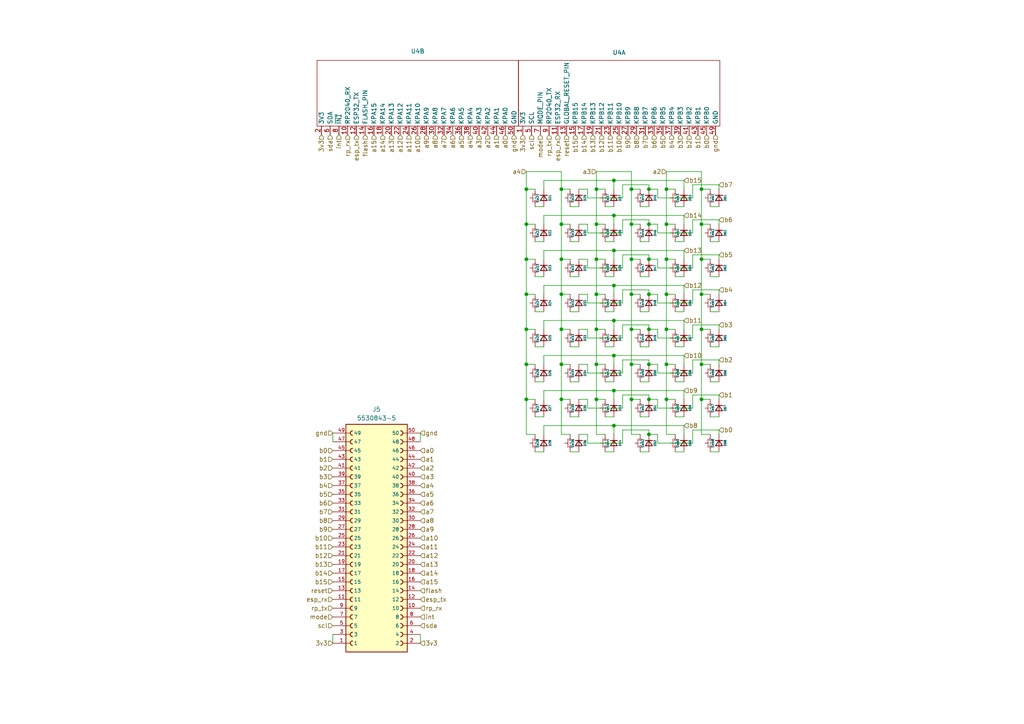
<source format=kicad_sch>
(kicad_sch (version 20230121) (generator eeschema)
  (paper "A4")
  (junction (at 178.054 92.964))
  (junction (at 152.654 115.824))
  (junction (at 193.294 75.184))
  (junction (at 203.454 65.024))
  (junction (at 183.134 54.864))
  (junction (at 203.454 54.864))
  (junction (at 183.134 105.664))
  (junction (at 183.134 85.344))
  (junction (at 152.654 85.344))
  (junction (at 188.214 125.984))
  (junction (at 193.294 105.664))
  (junction (at 162.814 95.504))
  (junction (at 172.974 75.184))
  (junction (at 172.974 54.864))
  (junction (at 172.974 85.344))
  (junction (at 203.454 115.824))
  (junction (at 162.814 115.824))
  (junction (at 178.054 123.444))
  (junction (at 152.654 65.024))
  (junction (at 178.054 62.484))
  (junction (at 183.134 115.824))
  (junction (at 193.294 54.864))
  (junction (at 152.654 75.184))
  (junction (at 193.294 65.024))
  (junction (at 172.974 95.504))
  (junction (at 193.294 115.824))
  (junction (at 203.454 105.664))
  (junction (at 188.214 105.664))
  (junction (at 162.814 54.864))
  (junction (at 178.054 52.324))
  (junction (at 183.134 95.504))
  (junction (at 152.654 95.504))
  (junction (at 188.214 65.024))
  (junction (at 203.454 75.184))
  (junction (at 178.054 113.284))
  (junction (at 193.294 95.504))
  (junction (at 183.134 65.024))
  (junction (at 172.974 65.024))
  (junction (at 162.814 75.184))
  (junction (at 193.294 85.344))
  (junction (at 188.214 54.864))
  (junction (at 178.054 72.644))
  (junction (at 178.054 103.124))
  (junction (at 152.654 105.664))
  (junction (at 172.974 105.664))
  (junction (at 152.654 54.864))
  (junction (at 188.214 85.344))
  (junction (at 203.454 85.344))
  (junction (at 188.214 115.824))
  (junction (at 172.974 115.824))
  (junction (at 162.814 85.344))
  (junction (at 188.214 95.504))
  (junction (at 162.814 65.024))
  (junction (at 188.214 75.184))
  (junction (at 203.454 95.504))
  (junction (at 178.054 82.804))
  (junction (at 183.134 75.184))
  (junction (at 162.814 105.664))
  (wire (pts (xy 175.514 110.744) (xy 178.054 110.744)))
  (wire (pts (xy 157.734 113.284) (xy 157.734 115.824)))
  (wire (pts (xy 185.674 59.944) (xy 188.214 59.944)))
  (wire (pts (xy 185.674 110.744) (xy 188.214 110.744)))
  (wire (pts (xy 152.654 125.984) (xy 155.194 125.984)))
  (wire (pts (xy 200.914 108.204) (xy 200.914 104.394)))
  (wire (pts (xy 170.434 67.564) (xy 180.594 67.564)))
  (wire (pts (xy 203.454 54.864) (xy 203.454 65.024)))
  (wire (pts (xy 157.734 85.344) (xy 157.734 82.804)))
  (wire (pts (xy 208.534 73.914) (xy 208.534 75.184)))
  (wire (pts (xy 200.914 53.594) (xy 208.534 53.594)))
  (wire (pts (xy 178.054 62.484) (xy 157.734 62.484)))
  (wire (pts (xy 195.834 80.264) (xy 198.374 80.264)))
  (wire (pts (xy 183.134 75.184) (xy 185.674 75.184)))
  (wire (pts (xy 183.134 65.024) (xy 183.134 75.184)))
  (wire (pts (xy 162.814 75.184) (xy 165.354 75.184)))
  (wire (pts (xy 152.654 65.024) (xy 152.654 75.184)))
  (wire (pts (xy 167.894 65.024) (xy 170.434 65.024)))
  (wire (pts (xy 185.674 80.264) (xy 188.214 80.264)))
  (wire (pts (xy 190.754 105.664) (xy 190.754 108.204)))
  (wire (pts (xy 167.894 105.664) (xy 170.434 105.664)))
  (wire (pts (xy 167.894 75.184) (xy 170.434 75.184)))
  (wire (pts (xy 208.534 94.234) (xy 208.534 95.504)))
  (wire (pts (xy 190.754 85.344) (xy 190.754 87.884)))
  (wire (pts (xy 208.534 104.394) (xy 208.534 105.664)))
  (wire (pts (xy 178.054 123.444) (xy 198.374 123.444)))
  (wire (pts (xy 175.514 120.904) (xy 178.054 120.904)))
  (wire (pts (xy 190.754 95.504) (xy 190.754 98.044)))
  (wire (pts (xy 188.214 84.074) (xy 188.214 85.344)))
  (wire (pts (xy 170.434 57.404) (xy 180.594 57.404)))
  (wire (pts (xy 175.514 80.264) (xy 178.054 80.264)))
  (wire (pts (xy 180.594 98.044) (xy 180.594 94.234)))
  (wire (pts (xy 200.914 84.074) (xy 208.534 84.074)))
  (wire (pts (xy 167.894 85.344) (xy 170.434 85.344)))
  (wire (pts (xy 157.734 125.984) (xy 157.734 123.444)))
  (wire (pts (xy 152.654 105.664) (xy 152.654 115.824)))
  (wire (pts (xy 193.294 49.784) (xy 193.294 54.864)))
  (wire (pts (xy 162.814 85.344) (xy 165.354 85.344)))
  (wire (pts (xy 178.054 54.864) (xy 178.054 52.324)))
  (wire (pts (xy 203.454 65.024) (xy 205.994 65.024)))
  (wire (pts (xy 121.92 184.023) (xy 121.92 186.563)))
  (wire (pts (xy 152.654 49.784) (xy 152.654 54.864)))
  (wire (pts (xy 172.974 125.984) (xy 175.514 125.984)))
  (wire (pts (xy 165.354 100.584) (xy 167.894 100.584)))
  (wire (pts (xy 198.374 105.664) (xy 198.374 103.124)))
  (wire (pts (xy 188.214 73.914) (xy 188.214 75.184)))
  (wire (pts (xy 178.054 103.124) (xy 178.054 105.664)))
  (wire (pts (xy 183.134 54.864) (xy 183.134 49.784)))
  (wire (pts (xy 198.374 92.964) (xy 178.054 92.964)))
  (wire (pts (xy 170.434 128.524) (xy 180.594 128.524)))
  (wire (pts (xy 188.214 54.864) (xy 190.754 54.864)))
  (wire (pts (xy 193.294 105.664) (xy 195.834 105.664)))
  (wire (pts (xy 180.594 84.074) (xy 188.214 84.074)))
  (wire (pts (xy 190.754 118.364) (xy 200.914 118.364)))
  (wire (pts (xy 190.754 65.024) (xy 190.754 67.564)))
  (wire (pts (xy 190.754 108.204) (xy 200.914 108.204)))
  (wire (pts (xy 165.354 110.744) (xy 167.894 110.744)))
  (wire (pts (xy 198.374 75.184) (xy 198.374 72.644)))
  (wire (pts (xy 188.214 105.664) (xy 190.754 105.664)))
  (wire (pts (xy 190.754 115.824) (xy 190.754 118.364)))
  (wire (pts (xy 162.814 105.664) (xy 165.354 105.664)))
  (wire (pts (xy 185.674 131.064) (xy 188.214 131.064)))
  (wire (pts (xy 172.974 65.024) (xy 175.514 65.024)))
  (wire (pts (xy 188.214 65.024) (xy 190.754 65.024)))
  (wire (pts (xy 175.514 59.944) (xy 178.054 59.944)))
  (wire (pts (xy 195.834 131.064) (xy 198.374 131.064)))
  (wire (pts (xy 183.134 105.664) (xy 185.674 105.664)))
  (wire (pts (xy 203.454 125.984) (xy 205.994 125.984)))
  (wire (pts (xy 170.434 118.364) (xy 180.594 118.364)))
  (wire (pts (xy 203.454 115.824) (xy 203.454 125.984)))
  (wire (pts (xy 152.654 54.864) (xy 152.654 65.024)))
  (wire (pts (xy 205.994 54.864) (xy 203.454 54.864)))
  (wire (pts (xy 195.834 110.744) (xy 198.374 110.744)))
  (wire (pts (xy 198.374 65.024) (xy 198.374 62.484)))
  (wire (pts (xy 180.594 124.714) (xy 188.214 124.714)))
  (wire (pts (xy 198.374 95.504) (xy 198.374 92.964)))
  (wire (pts (xy 205.994 100.584) (xy 208.534 100.584)))
  (wire (pts (xy 157.734 52.324) (xy 178.054 52.324)))
  (wire (pts (xy 208.534 84.074) (xy 208.534 85.344)))
  (wire (pts (xy 167.894 115.824) (xy 170.434 115.824)))
  (wire (pts (xy 203.454 54.864) (xy 203.454 49.784)))
  (wire (pts (xy 170.434 77.724) (xy 180.594 77.724)))
  (wire (pts (xy 172.974 65.024) (xy 172.974 75.184)))
  (wire (pts (xy 165.354 120.904) (xy 167.894 120.904)))
  (wire (pts (xy 155.194 54.864) (xy 152.654 54.864)))
  (wire (pts (xy 190.754 87.884) (xy 200.914 87.884)))
  (wire (pts (xy 193.294 105.664) (xy 193.294 115.824)))
  (wire (pts (xy 170.434 85.344) (xy 170.434 87.884)))
  (wire (pts (xy 203.454 95.504) (xy 205.994 95.504)))
  (wire (pts (xy 180.594 118.364) (xy 180.594 114.554)))
  (wire (pts (xy 208.534 63.754) (xy 208.534 65.024)))
  (wire (pts (xy 193.294 95.504) (xy 195.834 95.504)))
  (wire (pts (xy 200.914 94.234) (xy 208.534 94.234)))
  (wire (pts (xy 188.214 95.504) (xy 190.754 95.504)))
  (wire (pts (xy 205.994 80.264) (xy 208.534 80.264)))
  (wire (pts (xy 183.134 105.664) (xy 183.134 115.824)))
  (wire (pts (xy 195.834 120.904) (xy 198.374 120.904)))
  (wire (pts (xy 172.974 115.824) (xy 172.974 125.984)))
  (wire (pts (xy 157.734 123.444) (xy 178.054 123.444)))
  (wire (pts (xy 157.734 92.964) (xy 157.734 95.504)))
  (wire (pts (xy 185.674 120.904) (xy 188.214 120.904)))
  (wire (pts (xy 195.834 54.864) (xy 193.294 54.864)))
  (wire (pts (xy 183.134 54.864) (xy 183.134 65.024)))
  (wire (pts (xy 178.054 65.024) (xy 178.054 62.484)))
  (wire (pts (xy 203.454 105.664) (xy 205.994 105.664)))
  (wire (pts (xy 170.434 108.204) (xy 180.594 108.204)))
  (wire (pts (xy 155.194 80.264) (xy 157.734 80.264)))
  (wire (pts (xy 183.134 115.824) (xy 183.134 125.984)))
  (wire (pts (xy 185.674 54.864) (xy 183.134 54.864)))
  (wire (pts (xy 178.054 92.964) (xy 157.734 92.964)))
  (wire (pts (xy 200.914 124.714) (xy 208.534 124.714)))
  (wire (pts (xy 188.214 53.594) (xy 188.214 54.864)))
  (wire (pts (xy 165.354 70.104) (xy 167.894 70.104)))
  (wire (pts (xy 180.594 63.754) (xy 188.214 63.754)))
  (wire (pts (xy 190.754 54.864) (xy 190.754 57.404)))
  (wire (pts (xy 188.214 124.714) (xy 188.214 125.984)))
  (wire (pts (xy 152.654 65.024) (xy 155.194 65.024)))
  (wire (pts (xy 200.914 118.364) (xy 200.914 114.554)))
  (wire (pts (xy 193.294 85.344) (xy 193.294 95.504)))
  (wire (pts (xy 208.534 124.714) (xy 208.534 125.984)))
  (wire (pts (xy 162.814 54.864) (xy 162.814 65.024)))
  (wire (pts (xy 205.994 90.424) (xy 208.534 90.424)))
  (wire (pts (xy 157.734 72.644) (xy 157.734 75.184)))
  (wire (pts (xy 183.134 65.024) (xy 185.674 65.024)))
  (wire (pts (xy 205.994 110.744) (xy 208.534 110.744)))
  (wire (pts (xy 180.594 104.394) (xy 188.214 104.394)))
  (wire (pts (xy 178.054 75.184) (xy 178.054 72.644)))
  (wire (pts (xy 152.654 115.824) (xy 152.654 125.984)))
  (wire (pts (xy 180.594 128.524) (xy 180.594 124.714)))
  (wire (pts (xy 152.654 105.664) (xy 155.194 105.664)))
  (wire (pts (xy 183.134 49.784) (xy 172.974 49.784)))
  (wire (pts (xy 203.454 75.184) (xy 205.994 75.184)))
  (wire (pts (xy 165.354 131.064) (xy 167.894 131.064)))
  (wire (pts (xy 170.434 87.884) (xy 180.594 87.884)))
  (wire (pts (xy 178.054 82.804) (xy 198.374 82.804)))
  (wire (pts (xy 175.514 70.104) (xy 178.054 70.104)))
  (wire (pts (xy 172.974 75.184) (xy 175.514 75.184)))
  (wire (pts (xy 162.814 85.344) (xy 162.814 95.504)))
  (wire (pts (xy 162.814 65.024) (xy 165.354 65.024)))
  (wire (pts (xy 180.594 73.914) (xy 188.214 73.914)))
  (wire (pts (xy 178.054 123.444) (xy 178.054 125.984)))
  (wire (pts (xy 200.914 104.394) (xy 208.534 104.394)))
  (wire (pts (xy 152.654 75.184) (xy 152.654 85.344)))
  (wire (pts (xy 162.814 75.184) (xy 162.814 85.344)))
  (wire (pts (xy 167.894 95.504) (xy 170.434 95.504)))
  (wire (pts (xy 193.294 75.184) (xy 193.294 85.344)))
  (wire (pts (xy 200.914 63.754) (xy 208.534 63.754)))
  (wire (pts (xy 170.434 95.504) (xy 170.434 98.044)))
  (wire (pts (xy 195.834 59.944) (xy 198.374 59.944)))
  (wire (pts (xy 198.374 85.344) (xy 198.374 82.804)))
  (wire (pts (xy 172.974 54.864) (xy 172.974 65.024)))
  (wire (pts (xy 152.654 95.504) (xy 155.194 95.504)))
  (wire (pts (xy 170.434 98.044) (xy 180.594 98.044)))
  (wire (pts (xy 203.454 95.504) (xy 203.454 105.664)))
  (wire (pts (xy 172.974 49.784) (xy 172.974 54.864)))
  (wire (pts (xy 200.914 57.404) (xy 200.914 53.594)))
  (wire (pts (xy 162.814 95.504) (xy 162.814 105.664)))
  (wire (pts (xy 180.594 94.234) (xy 188.214 94.234)))
  (wire (pts (xy 200.914 67.564) (xy 200.914 63.754)))
  (wire (pts (xy 185.674 100.584) (xy 188.214 100.584)))
  (wire (pts (xy 175.514 90.424) (xy 178.054 90.424)))
  (wire (pts (xy 172.974 75.184) (xy 172.974 85.344)))
  (wire (pts (xy 157.734 105.664) (xy 157.734 103.124)))
  (wire (pts (xy 155.194 110.744) (xy 157.734 110.744)))
  (wire (pts (xy 208.534 53.594) (xy 208.534 54.864)))
  (wire (pts (xy 193.294 65.024) (xy 193.294 75.184)))
  (wire (pts (xy 205.994 70.104) (xy 208.534 70.104)))
  (wire (pts (xy 185.674 70.104) (xy 188.214 70.104)))
  (wire (pts (xy 170.434 125.984) (xy 170.434 128.524)))
  (wire (pts (xy 172.974 85.344) (xy 175.514 85.344)))
  (wire (pts (xy 190.754 75.184) (xy 190.754 77.724)))
  (wire (pts (xy 172.974 85.344) (xy 172.974 95.504)))
  (wire (pts (xy 193.294 95.504) (xy 193.294 105.664)))
  (wire (pts (xy 170.434 54.864) (xy 170.434 57.404)))
  (wire (pts (xy 152.654 85.344) (xy 152.654 95.504)))
  (wire (pts (xy 162.814 125.984) (xy 165.354 125.984)))
  (wire (pts (xy 203.454 65.024) (xy 203.454 75.184)))
  (wire (pts (xy 188.214 115.824) (xy 190.754 115.824)))
  (wire (pts (xy 170.434 115.824) (xy 170.434 118.364)))
  (wire (pts (xy 203.454 115.824) (xy 205.994 115.824)))
  (wire (pts (xy 183.134 95.504) (xy 185.674 95.504)))
  (wire (pts (xy 96.52 184.023) (xy 96.52 186.563)))
  (wire (pts (xy 193.294 54.864) (xy 193.294 65.024)))
  (wire (pts (xy 178.054 115.824) (xy 178.054 113.284)))
  (wire (pts (xy 188.214 114.554) (xy 188.214 115.824)))
  (wire (pts (xy 162.814 115.824) (xy 162.814 125.984)))
  (wire (pts (xy 155.194 100.584) (xy 157.734 100.584)))
  (wire (pts (xy 203.454 105.664) (xy 203.454 115.824)))
  (wire (pts (xy 190.754 67.564) (xy 200.914 67.564)))
  (wire (pts (xy 185.674 90.424) (xy 188.214 90.424)))
  (wire (pts (xy 175.514 131.064) (xy 178.054 131.064)))
  (wire (pts (xy 162.814 54.864) (xy 162.814 49.784)))
  (wire (pts (xy 198.374 72.644) (xy 178.054 72.644)))
  (wire (pts (xy 172.974 105.664) (xy 172.974 115.824)))
  (wire (pts (xy 200.914 77.724) (xy 200.914 73.914)))
  (wire (pts (xy 205.994 131.064) (xy 208.534 131.064)))
  (wire (pts (xy 200.914 128.524) (xy 200.914 124.714)))
  (wire (pts (xy 188.214 63.754) (xy 188.214 65.024)))
  (wire (pts (xy 200.914 87.884) (xy 200.914 84.074)))
  (wire (pts (xy 193.294 125.984) (xy 195.834 125.984)))
  (wire (pts (xy 96.52 125.603) (xy 96.52 128.143)))
  (wire (pts (xy 200.914 98.044) (xy 200.914 94.234)))
  (wire (pts (xy 195.834 70.104) (xy 198.374 70.104)))
  (wire (pts (xy 183.134 85.344) (xy 183.134 95.504)))
  (wire (pts (xy 172.974 105.664) (xy 175.514 105.664)))
  (wire (pts (xy 155.194 131.064) (xy 157.734 131.064)))
  (wire (pts (xy 190.754 98.044) (xy 200.914 98.044)))
  (wire (pts (xy 190.754 57.404) (xy 200.914 57.404)))
  (wire (pts (xy 178.054 103.124) (xy 198.374 103.124)))
  (wire (pts (xy 155.194 59.944) (xy 157.734 59.944)))
  (wire (pts (xy 172.974 115.824) (xy 175.514 115.824)))
  (wire (pts (xy 172.974 95.504) (xy 175.514 95.504)))
  (wire (pts (xy 188.214 85.344) (xy 190.754 85.344)))
  (wire (pts (xy 152.654 115.824) (xy 155.194 115.824)))
  (wire (pts (xy 152.654 85.344) (xy 155.194 85.344)))
  (wire (pts (xy 178.054 113.284) (xy 157.734 113.284)))
  (wire (pts (xy 178.054 52.324) (xy 198.374 52.324)))
  (wire (pts (xy 198.374 62.484) (xy 178.054 62.484)))
  (wire (pts (xy 155.194 120.904) (xy 157.734 120.904)))
  (wire (pts (xy 203.454 75.184) (xy 203.454 85.344)))
  (wire (pts (xy 195.834 90.424) (xy 198.374 90.424)))
  (wire (pts (xy 183.134 125.984) (xy 185.674 125.984)))
  (wire (pts (xy 162.814 49.784) (xy 152.654 49.784)))
  (wire (pts (xy 165.354 80.264) (xy 167.894 80.264)))
  (wire (pts (xy 170.434 105.664) (xy 170.434 108.204)))
  (wire (pts (xy 178.054 82.804) (xy 178.054 85.344)))
  (wire (pts (xy 200.914 73.914) (xy 208.534 73.914)))
  (wire (pts (xy 190.754 77.724) (xy 200.914 77.724)))
  (wire (pts (xy 162.814 65.024) (xy 162.814 75.184)))
  (wire (pts (xy 193.294 65.024) (xy 195.834 65.024)))
  (wire (pts (xy 198.374 52.324) (xy 198.374 54.864)))
  (wire (pts (xy 198.374 113.284) (xy 198.374 115.824)))
  (wire (pts (xy 165.354 59.944) (xy 167.894 59.944)))
  (wire (pts (xy 165.354 90.424) (xy 167.894 90.424)))
  (wire (pts (xy 198.374 125.984) (xy 198.374 123.444)))
  (wire (pts (xy 178.054 92.964) (xy 178.054 95.504)))
  (wire (pts (xy 190.754 128.524) (xy 200.914 128.524)))
  (wire (pts (xy 167.894 125.984) (xy 170.434 125.984)))
  (wire (pts (xy 188.214 104.394) (xy 188.214 105.664)))
  (wire (pts (xy 208.534 114.554) (xy 208.534 115.824)))
  (wire (pts (xy 175.514 100.584) (xy 178.054 100.584)))
  (wire (pts (xy 183.134 115.824) (xy 185.674 115.824)))
  (wire (pts (xy 180.594 57.404) (xy 180.594 53.594)))
  (wire (pts (xy 193.294 75.184) (xy 195.834 75.184)))
  (wire (pts (xy 155.194 70.104) (xy 157.734 70.104)))
  (wire (pts (xy 195.834 100.584) (xy 198.374 100.584)))
  (wire (pts (xy 157.734 62.484) (xy 157.734 65.024)))
  (wire (pts (xy 170.434 75.184) (xy 170.434 77.724)))
  (wire (pts (xy 172.974 95.504) (xy 172.974 105.664)))
  (wire (pts (xy 162.814 105.664) (xy 162.814 115.824)))
  (wire (pts (xy 121.92 125.603) (xy 121.92 128.143)))
  (wire (pts (xy 205.994 120.904) (xy 208.534 120.904)))
  (wire (pts (xy 203.454 85.344) (xy 203.454 95.504)))
  (wire (pts (xy 183.134 95.504) (xy 183.134 105.664)))
  (wire (pts (xy 157.734 103.124) (xy 178.054 103.124)))
  (wire (pts (xy 193.294 115.824) (xy 193.294 125.984)))
  (wire (pts (xy 162.814 95.504) (xy 165.354 95.504)))
  (wire (pts (xy 152.654 75.184) (xy 155.194 75.184)))
  (wire (pts (xy 180.594 108.204) (xy 180.594 104.394)))
  (wire (pts (xy 188.214 75.184) (xy 190.754 75.184)))
  (wire (pts (xy 193.294 85.344) (xy 195.834 85.344)))
  (wire (pts (xy 183.134 75.184) (xy 183.134 85.344)))
  (wire (pts (xy 180.594 87.884) (xy 180.594 84.074)))
  (wire (pts (xy 203.454 85.344) (xy 205.994 85.344)))
  (wire (pts (xy 188.214 94.234) (xy 188.214 95.504)))
  (wire (pts (xy 180.594 53.594) (xy 188.214 53.594)))
  (wire (pts (xy 175.514 54.864) (xy 172.974 54.864)))
  (wire (pts (xy 203.454 49.784) (xy 193.294 49.784)))
  (wire (pts (xy 167.894 54.864) (xy 170.434 54.864)))
  (wire (pts (xy 178.054 72.644) (xy 157.734 72.644)))
  (wire (pts (xy 180.594 67.564) (xy 180.594 63.754)))
  (wire (pts (xy 155.194 90.424) (xy 157.734 90.424)))
  (wire (pts (xy 200.914 114.554) (xy 208.534 114.554)))
  (wire (pts (xy 152.654 95.504) (xy 152.654 105.664)))
  (wire (pts (xy 162.814 115.824) (xy 165.354 115.824)))
  (wire (pts (xy 180.594 77.724) (xy 180.594 73.914)))
  (wire (pts (xy 188.214 125.984) (xy 190.754 125.984)))
  (wire (pts (xy 157.734 82.804) (xy 178.054 82.804)))
  (wire (pts (xy 193.294 115.824) (xy 195.834 115.824)))
  (wire (pts (xy 170.434 65.024) (xy 170.434 67.564)))
  (wire (pts (xy 183.134 85.344) (xy 185.674 85.344)))
  (wire (pts (xy 198.374 113.284) (xy 178.054 113.284)))
  (wire (pts (xy 205.994 59.944) (xy 208.534 59.944)))
  (wire (pts (xy 157.734 54.864) (xy 157.734 52.324)))
  (wire (pts (xy 180.594 114.554) (xy 188.214 114.554)))
  (wire (pts (xy 165.354 54.864) (xy 162.814 54.864)))
  (wire (pts (xy 190.754 125.984) (xy 190.754 128.524)))
  (hierarchical_label "a14" (shape input) (at 121.92 166.243 0))
  (hierarchical_label "b5" (shape input) (at 192.278 39.116 270))
  (hierarchical_label "a5" (shape input) (at 121.92 143.383 0))
  (hierarchical_label "mode" (shape input) (at 96.52 178.943 180))
  (hierarchical_label "a13" (shape input) (at 113.538 39.116 270))
  (hierarchical_label "reset" (shape input) (at 96.52 171.323 180))
  (hierarchical_label "b6" (shape input) (at 208.534 63.754 0))
  (hierarchical_label "a11" (shape input) (at 118.618 39.116 270))
  (hierarchical_label "b11" (shape input) (at 96.52 158.623 180))
  (hierarchical_label "a4" (shape input) (at 136.398 39.116 270))
  (hierarchical_label "b4" (shape input) (at 208.534 84.074 0))
  (hierarchical_label "scl" (shape input) (at 96.52 181.483 180))
  (hierarchical_label "a13" (shape input) (at 121.92 163.703 0))
  (hierarchical_label "a1" (shape input) (at 121.92 133.223 0))
  (hierarchical_label "b9" (shape input) (at 96.52 153.543 180))
  (hierarchical_label "b13" (shape input) (at 171.958 39.116 270))
  (hierarchical_label "b3" (shape input) (at 197.358 39.116 270))
  (hierarchical_label "a2" (shape input) (at 121.92 135.763 0))
  (hierarchical_label "b2" (shape input) (at 208.534 104.394 0))
  (hierarchical_label "b3" (shape input) (at 96.52 138.303 180))
  (hierarchical_label "b4" (shape input) (at 96.52 140.843 180))
  (hierarchical_label "a5" (shape input) (at 133.858 39.116 270))
  (hierarchical_label "b13" (shape input) (at 198.374 72.644 0))
  (hierarchical_label "b0" (shape input) (at 204.978 39.116 270))
  (hierarchical_label "a6" (shape input) (at 131.318 39.116 270))
  (hierarchical_label "a8" (shape input) (at 121.92 151.003 0))
  (hierarchical_label "mode" (shape input) (at 156.718 39.116 270))
  (hierarchical_label "gnd" (shape input) (at 149.098 39.116 270))
  (hierarchical_label "a3" (shape input) (at 121.92 138.303 0))
  (hierarchical_label "esp_rx" (shape input) (at 161.798 39.116 270))
  (hierarchical_label "a15" (shape input) (at 121.92 168.783 0))
  (hierarchical_label "3v3" (shape input) (at 93.218 39.116 270))
  (hierarchical_label "b13" (shape input) (at 96.52 163.703 180))
  (hierarchical_label "flash" (shape input) (at 121.92 171.323 0))
  (hierarchical_label "a15" (shape input) (at 108.458 39.116 270))
  (hierarchical_label "a7" (shape input) (at 121.92 148.463 0))
  (hierarchical_label "rp_tx" (shape input) (at 159.258 39.116 270))
  (hierarchical_label "a10" (shape input) (at 121.158 39.116 270))
  (hierarchical_label "b15" (shape input) (at 198.374 52.324 0))
  (hierarchical_label "a2" (shape input) (at 193.294 49.784 180))
  (hierarchical_label "a9" (shape input) (at 123.698 39.116 270))
  (hierarchical_label "flash" (shape input) (at 105.918 39.116 270))
  (hierarchical_label "a9" (shape input) (at 121.92 153.543 0))
  (hierarchical_label "a3" (shape input) (at 138.938 39.116 270))
  (hierarchical_label "b11" (shape input) (at 198.374 92.964 0))
  (hierarchical_label "b15" (shape input) (at 166.878 39.116 270))
  (hierarchical_label "b4" (shape input) (at 194.818 39.116 270))
  (hierarchical_label "b15" (shape input) (at 96.52 168.783 180))
  (hierarchical_label "scl" (shape input) (at 154.178 39.116 270))
  (hierarchical_label "b11" (shape input) (at 177.038 39.116 270))
  (hierarchical_label "a7" (shape input) (at 128.778 39.116 270))
  (hierarchical_label "b5" (shape input) (at 96.52 143.383 180))
  (hierarchical_label "int" (shape input) (at 121.92 178.943 0))
  (hierarchical_label "a4" (shape input) (at 121.92 140.843 0))
  (hierarchical_label "b12" (shape input) (at 174.498 39.116 270))
  (hierarchical_label "b9" (shape input) (at 198.374 113.284 0))
  (hierarchical_label "rp_tx" (shape input) (at 96.52 176.403 180))
  (hierarchical_label "b2" (shape input) (at 199.898 39.116 270))
  (hierarchical_label "a2" (shape input) (at 141.478 39.116 270))
  (hierarchical_label "b5" (shape input) (at 208.534 73.914 0))
  (hierarchical_label "a1" (shape input) (at 144.018 39.116 270))
  (hierarchical_label "rp_rx" (shape input) (at 100.838 39.116 270))
  (hierarchical_label "b6" (shape input) (at 189.738 39.116 270))
  (hierarchical_label "3v3" (shape input) (at 121.92 186.563 0))
  (hierarchical_label "sda" (shape input) (at 121.92 181.483 0))
  (hierarchical_label "b10" (shape input) (at 96.52 156.083 180))
  (hierarchical_label "a11" (shape input) (at 121.92 158.623 0))
  (hierarchical_label "b14" (shape input) (at 198.374 62.484 0))
  (hierarchical_label "a0" (shape input) (at 146.558 39.116 270))
  (hierarchical_label "b7" (shape input) (at 208.534 53.594 0))
  (hierarchical_label "b1" (shape input) (at 202.438 39.116 270))
  (hierarchical_label "sda" (shape input) (at 95.758 39.116 270))
  (hierarchical_label "a12" (shape input) (at 121.92 161.163 0))
  (hierarchical_label "b7" (shape input) (at 187.198 39.116 270))
  (hierarchical_label "b2" (shape input) (at 96.52 135.763 180))
  (hierarchical_label "3v3" (shape input) (at 96.52 186.563 180))
  (hierarchical_label "b8" (shape input) (at 184.658 39.116 270))
  (hierarchical_label "b0" (shape input) (at 208.534 124.714 0))
  (hierarchical_label "b10" (shape input) (at 198.374 103.124 0))
  (hierarchical_label "b8" (shape input) (at 96.52 151.003 180))
  (hierarchical_label "b1" (shape input) (at 96.52 133.223 180))
  (hierarchical_label "b12" (shape input) (at 96.52 161.163 180))
  (hierarchical_label "b1" (shape input) (at 208.534 114.554 0))
  (hierarchical_label "esp_tx" (shape input) (at 121.92 173.863 0))
  (hierarchical_label "b14" (shape input) (at 169.418 39.116 270))
  (hierarchical_label "esp_rx" (shape input) (at 96.52 173.863 180))
  (hierarchical_label "a10" (shape input) (at 121.92 156.083 0))
  (hierarchical_label "b12" (shape input) (at 198.374 82.804 0))
  (hierarchical_label "esp_tx" (shape input) (at 103.378 39.116 270))
  (hierarchical_label "a3" (shape input) (at 172.974 49.784 180))
  (hierarchical_label "b14" (shape input) (at 96.52 166.243 180))
  (hierarchical_label "rp_rx" (shape input) (at 121.92 176.403 0))
  (hierarchical_label "b9" (shape input) (at 182.118 39.116 270))
  (hierarchical_label "gnd" (shape input) (at 121.92 125.603 0))
  (hierarchical_label "a8" (shape input) (at 126.238 39.116 270))
  (hierarchical_label "a6" (shape input) (at 121.92 145.923 0))
  (hierarchical_label "a14" (shape input) (at 110.998 39.116 270))
  (hierarchical_label "a4" (shape input) (at 152.654 49.784 180))
  (hierarchical_label "b6" (shape input) (at 96.52 145.923 180))
  (hierarchical_label "b8" (shape input) (at 198.374 123.444 0))
  (hierarchical_label "b7" (shape input) (at 96.52 148.463 180))
  (hierarchical_label "gnd" (shape input) (at 207.518 39.116 270))
  (hierarchical_label "b10" (shape input) (at 179.578 39.116 270))
  (hierarchical_label "a12" (shape input) (at 116.078 39.116 270))
  (hierarchical_label "b0" (shape input) (at 96.52 130.683 180))
  (hierarchical_label "int" (shape input) (at 98.298 39.116 270))
  (hierarchical_label "gnd" (shape input) (at 96.52 125.603 180))
  (hierarchical_label "reset" (shape input) (at 164.338 39.116 270))
  (hierarchical_label "b3" (shape input) (at 208.534 94.234 0))
  (hierarchical_label "a0" (shape input) (at 121.92 130.683 0))
  (hierarchical_label "3v3" (shape input) (at 151.638 39.116 270))
  (symbol (lib_name "diode_1") (lib_id "custom:diode") (at 208.534 128.524 270) (unit 1)
    (property "Reference" "D68" (at 210.312 128.524 0) (effects (font (size 0.635 0.635))))
    (property "Value" "~" (at 208.534 128.524 0))
    (property "Footprint" "footprints:SMA_SDS" (effects hide))
  )
  (symbol (lib_id "custom:SW_Push_Small") (at 205.994 118.364 90) (unit 1)
    (property "Reference" "SW67" (at 206.756 117.094 0) (effects (font (size 0.635 0.635)) (justify right)))
    (property "Value" "~" (at 205.994 118.364 0))
    (property "Footprint" "Button_Switch_SMD:SW_Tactile_SPST_NO_Straight_CK_PTS636Sx25SMTRLFS" (effects hide))
  )
  (symbol (lib_name "diode_1") (lib_id "custom:diode") (at 178.054 57.404 270) (unit 1)
    (property "Reference" "D37" (at 179.832 57.404 0) (effects (font (size 0.635 0.635))))
    (property "Value" "~" (at 178.054 57.404 0))
    (property "Footprint" "footprints:SMA_SDS" (effects hide))
  )
  (symbol (lib_id "custom:button") (at -26.67 36.322 0) (unit 1) (in_bom no) (on_board no) (dnp yes)
    (property "Reference" "SW1" (at -26.67 30.48 0))
    (property "Value" "KP_CTRL" (at -26.67 32.258 0))
    (property "Footprint" "Button_Switch_SMD:SW_Tactile_SPST_NO_Straight_CK_PTS636Sx25SMTRLFS" (effects hide))
    (property "Sim.Enable" "0" (effects hide))
  )
  (symbol (lib_name "diode_1") (lib_id "custom:diode") (at 167.894 57.404 270) (unit 1)
    (property "Reference" "D29" (at 169.672 57.404 0) (effects (font (size 0.635 0.635))))
    (property "Value" "~" (at 167.894 57.404 0))
    (property "Footprint" "footprints:SMA_SDS" (effects hide))
  )
  (symbol (lib_id "custom:SW_Push_Small") (at 205.994 57.404 90) (unit 1)
    (property "Reference" "SW61" (at 206.756 56.134 0) (effects (font (size 0.635 0.635)) (justify right)))
    (property "Value" "~" (at 205.994 57.404 0))
    (property "Footprint" "Button_Switch_SMD:SW_Tactile_SPST_NO_Straight_CK_PTS636Sx25SMTRLFS" (effects hide))
  )
  (symbol (lib_id "custom:SW_Push_Small") (at 185.674 57.404 90) (unit 1)
    (property "Reference" "SW45" (at 186.436 56.134 0) (effects (font (size 0.635 0.635)) (justify right)))
    (property "Value" "~" (at 185.674 57.404 0))
    (property "Footprint" "Button_Switch_SMD:SW_Tactile_SPST_NO_Straight_CK_PTS636Sx25SMTRLFS" (effects hide))
  )
  (symbol (lib_name "diode_1") (lib_id "custom:diode") (at 178.054 108.204 270) (unit 1)
    (property "Reference" "D42" (at 179.832 108.204 0) (effects (font (size 0.635 0.635))))
    (property "Value" "~" (at 178.054 108.204 0))
    (property "Footprint" "footprints:SMA_SDS" (effects hide))
  )
  (symbol (lib_name "diode_1") (lib_id "custom:diode") (at 208.534 108.204 270) (unit 1)
    (property "Reference" "D66" (at 210.312 108.204 0) (effects (font (size 0.635 0.635))))
    (property "Value" "~" (at 208.534 108.204 0))
    (property "Footprint" "footprints:SMA_SDS" (effects hide))
  )
  (symbol (lib_name "diode_1") (lib_id "custom:diode") (at 198.374 128.524 270) (unit 1)
    (property "Reference" "D60" (at 200.152 128.524 0) (effects (font (size 0.635 0.635))))
    (property "Value" "~" (at 198.374 128.524 0))
    (property "Footprint" "footprints:SMA_SDS" (effects hide))
  )
  (symbol (lib_id "5530843-5:5530843-5") (at 109.22 156.083 0) (mirror x) (unit 1)
    (property "Reference" "J5" (at 109.22 118.745 0))
    (property "Value" "5530843-5" (at 109.22 121.285 0))
    (property "Footprint" "5530843_5:edgeport" (effects hide))
    (property "PARTREV" "G1" (effects hide))
    (property "STANDARD" "Manufacturer Recommendations" (effects hide))
    (property "MAXIMUM_PACKAGE_HEIGHT" "15.5 mm" (effects hide))
    (property "MANUFACTURER" "TE Connectivity" (effects hide))
  )
  (symbol (lib_name "diode_1") (lib_id "custom:diode") (at 188.214 118.364 270) (unit 1)
    (property "Reference" "D51" (at 189.992 118.364 0) (effects (font (size 0.635 0.635))))
    (property "Value" "~" (at 188.214 118.364 0))
    (property "Footprint" "footprints:SMA_SDS" (effects hide))
  )
  (symbol (lib_id "custom:SW_Push_Small") (at 205.994 108.204 90) (unit 1)
    (property "Reference" "SW66" (at 206.756 106.934 0) (effects (font (size 0.635 0.635)) (justify right)))
    (property "Value" "~" (at 205.994 108.204 0))
    (property "Footprint" "Button_Switch_SMD:SW_Tactile_SPST_NO_Straight_CK_PTS636Sx25SMTRLFS" (effects hide))
  )
  (symbol (lib_id "custom:SW_Push_Small") (at 205.994 77.724 90) (unit 1)
    (property "Reference" "SW63" (at 206.756 76.454 0) (effects (font (size 0.635 0.635)) (justify right)))
    (property "Value" "~" (at 205.994 77.724 0))
    (property "Footprint" "Button_Switch_SMD:SW_Tactile_SPST_NO_Straight_CK_PTS636Sx25SMTRLFS" (effects hide))
  )
  (symbol (lib_id "custom:SW_Push_Small") (at 155.194 118.364 90) (unit 1)
    (property "Reference" "SW27" (at 155.956 117.094 0) (effects (font (size 0.635 0.635)) (justify right)))
    (property "Value" "~" (at 155.194 118.364 0))
    (property "Footprint" "Button_Switch_SMD:SW_Tactile_SPST_NO_Straight_CK_PTS636Sx25SMTRLFS" (effects hide))
  )
  (symbol (lib_id "custom:SW_Push_Small") (at 185.674 128.524 90) (unit 1)
    (property "Reference" "SW52" (at 186.436 127.254 0) (effects (font (size 0.635 0.635)) (justify right)))
    (property "Value" "~" (at 185.674 128.524 0))
    (property "Footprint" "Button_Switch_SMD:SW_Tactile_SPST_NO_Straight_CK_PTS636Sx25SMTRLFS" (effects hide))
  )
  (symbol (lib_id "custom:SW_Push_Small") (at 195.834 98.044 90) (unit 1)
    (property "Reference" "SW57" (at 196.596 96.774 0) (effects (font (size 0.635 0.635)) (justify right)))
    (property "Value" "~" (at 195.834 98.044 0))
    (property "Footprint" "Button_Switch_SMD:SW_Tactile_SPST_NO_Straight_CK_PTS636Sx25SMTRLFS" (effects hide))
  )
  (symbol (lib_id "custom:SW_Push_Small") (at 175.514 87.884 90) (unit 1)
    (property "Reference" "SW40" (at 176.276 86.614 0) (effects (font (size 0.635 0.635)) (justify right)))
    (property "Value" "~" (at 175.514 87.884 0))
    (property "Footprint" "Button_Switch_SMD:SW_Tactile_SPST_NO_Straight_CK_PTS636Sx25SMTRLFS" (effects hide))
  )
  (symbol (lib_name "diode_1") (lib_id "custom:diode") (at 178.054 77.724 270) (unit 1)
    (property "Reference" "D39" (at 179.832 77.724 0) (effects (font (size 0.635 0.635))))
    (property "Value" "~" (at 178.054 77.724 0))
    (property "Footprint" "footprints:SMA_SDS" (effects hide))
  )
  (symbol (lib_name "diode_1") (lib_id "custom:diode") (at 157.734 128.524 270) (unit 1)
    (property "Reference" "D28" (at 159.512 128.524 0) (effects (font (size 0.635 0.635))))
    (property "Value" "~" (at 157.734 128.524 0))
    (property "Footprint" "footprints:SMA_SDS" (effects hide))
  )
  (symbol (lib_id "custom:SW_Push_Small") (at 165.354 57.404 90) (unit 1)
    (property "Reference" "SW29" (at 166.116 56.134 0) (effects (font (size 0.635 0.635)) (justify right)))
    (property "Value" "~" (at 165.354 57.404 0))
    (property "Footprint" "Button_Switch_SMD:SW_Tactile_SPST_NO_Straight_CK_PTS636Sx25SMTRLFS" (effects hide))
  )
  (symbol (lib_id "custom:SW_Push_Small") (at 165.354 118.364 90) (unit 1)
    (property "Reference" "SW35" (at 166.116 117.094 0) (effects (font (size 0.635 0.635)) (justify right)))
    (property "Value" "~" (at 165.354 118.364 0))
    (property "Footprint" "Button_Switch_SMD:SW_Tactile_SPST_NO_Straight_CK_PTS636Sx25SMTRLFS" (effects hide))
  )
  (symbol (lib_name "diode_1") (lib_id "custom:diode") (at 178.054 87.884 270) (unit 1)
    (property "Reference" "D40" (at 179.832 87.884 0) (effects (font (size 0.635 0.635))))
    (property "Value" "~" (at 178.054 87.884 0))
    (property "Footprint" "footprints:SMA_SDS" (effects hide))
  )
  (symbol (lib_id "custom:SW_Push_Small") (at 175.514 67.564 90) (unit 1)
    (property "Reference" "SW38" (at 176.276 66.294 0) (effects (font (size 0.635 0.635)) (justify right)))
    (property "Value" "~" (at 175.514 67.564 0))
    (property "Footprint" "Button_Switch_SMD:SW_Tactile_SPST_NO_Straight_CK_PTS636Sx25SMTRLFS" (effects hide))
  )
  (symbol (lib_id "custom:SW_Push_Small") (at 185.674 77.724 90) (unit 1)
    (property "Reference" "SW47" (at 186.436 76.454 0) (effects (font (size 0.635 0.635)) (justify right)))
    (property "Value" "~" (at 185.674 77.724 0))
    (property "Footprint" "Button_Switch_SMD:SW_Tactile_SPST_NO_Straight_CK_PTS636Sx25SMTRLFS" (effects hide))
  )
  (symbol (lib_name "diode_1") (lib_id "custom:diode") (at 198.374 77.724 270) (unit 1)
    (property "Reference" "D55" (at 200.152 77.724 0) (effects (font (size 0.635 0.635))))
    (property "Value" "~" (at 198.374 77.724 0))
    (property "Footprint" "footprints:SMA_SDS" (effects hide))
  )
  (symbol (lib_name "diode_1") (lib_id "custom:diode") (at 208.534 87.884 270) (unit 1)
    (property "Reference" "D64" (at 210.312 87.884 0) (effects (font (size 0.635 0.635))))
    (property "Value" "~" (at 208.534 87.884 0))
    (property "Footprint" "footprints:SMA_SDS" (effects hide))
  )
  (symbol (lib_name "diode_1") (lib_id "custom:diode") (at 157.734 98.044 270) (unit 1)
    (property "Reference" "D25" (at 159.512 98.044 0) (effects (font (size 0.635 0.635))))
    (property "Value" "~" (at 157.734 98.044 0))
    (property "Footprint" "footprints:SMA_SDS" (effects hide))
  )
  (symbol (lib_id "custom:SW_Push_Small") (at 185.674 67.564 90) (unit 1)
    (property "Reference" "SW46" (at 186.436 66.294 0) (effects (font (size 0.635 0.635)) (justify right)))
    (property "Value" "~" (at 185.674 67.564 0))
    (property "Footprint" "Button_Switch_SMD:SW_Tactile_SPST_NO_Straight_CK_PTS636Sx25SMTRLFS" (effects hide))
  )
  (symbol (lib_id "custom:SW_Push_Small") (at 205.994 128.524 90) (unit 1)
    (property "Reference" "SW68" (at 206.756 127.254 0) (effects (font (size 0.635 0.635)) (justify right)))
    (property "Value" "~" (at 205.994 128.524 0))
    (property "Footprint" "Button_Switch_SMD:SW_Tactile_SPST_NO_Straight_CK_PTS636Sx25SMTRLFS" (effects hide))
  )
  (symbol (lib_id "custom:diode") (at -21.59 33.782 270) (unit 1) (in_bom no) (on_board no) (dnp yes)
    (property "Reference" "D2" (at -19.558 32.512 90) (effects (justify left)))
    (property "Value" "D_Small" (at -19.558 35.052 90) (effects (justify left)))
    (property "Footprint" "footprints:SMA_SDS" (effects hide))
    (property "Sim.Device" "D" (effects hide))
    (property "Sim.Pins" "1=K 2=A" (effects hide))
    (property "Sim.Enable" "0" (effects hide))
  )
  (symbol (lib_id "custom:SW_Push_Small") (at 165.354 128.524 90) (unit 1)
    (property "Reference" "SW36" (at 166.116 127.254 0) (effects (font (size 0.635 0.635)) (justify right)))
    (property "Value" "~" (at 165.354 128.524 0))
    (property "Footprint" "Button_Switch_SMD:SW_Tactile_SPST_NO_Straight_CK_PTS636Sx25SMTRLFS" (effects hide))
  )
  (symbol (lib_name "diode_1") (lib_id "custom:diode") (at 157.734 67.564 270) (unit 1)
    (property "Reference" "D22" (at 159.512 67.564 0) (effects (font (size 0.635 0.635))))
    (property "Value" "~" (at 157.734 67.564 0))
    (property "Footprint" "footprints:SMA_SDS" (effects hide))
  )
  (symbol (lib_id "custom:SW_Push_Small") (at 165.354 98.044 90) (unit 1)
    (property "Reference" "SW33" (at 166.116 96.774 0) (effects (font (size 0.635 0.635)) (justify right)))
    (property "Value" "~" (at 165.354 98.044 0))
    (property "Footprint" "Button_Switch_SMD:SW_Tactile_SPST_NO_Straight_CK_PTS636Sx25SMTRLFS" (effects hide))
  )
  (symbol (lib_name "diode_1") (lib_id "custom:diode") (at 167.894 118.364 270) (unit 1)
    (property "Reference" "D35" (at 169.672 118.364 0) (effects (font (size 0.635 0.635))))
    (property "Value" "~" (at 167.894 118.364 0))
    (property "Footprint" "footprints:SMA_SDS" (effects hide))
  )
  (symbol (lib_name "diode_1") (lib_id "custom:diode") (at 157.734 118.364 270) (unit 1)
    (property "Reference" "D27" (at 159.512 118.364 0) (effects (font (size 0.635 0.635))))
    (property "Value" "~" (at 157.734 118.364 0))
    (property "Footprint" "footprints:SMA_SDS" (effects hide))
  )
  (symbol (lib_name "diode_1") (lib_id "custom:diode") (at 188.214 98.044 270) (unit 1)
    (property "Reference" "D49" (at 189.992 98.044 0) (effects (font (size 0.635 0.635))))
    (property "Value" "~" (at 188.214 98.044 0))
    (property "Footprint" "footprints:SMA_SDS" (effects hide))
  )
  (symbol (lib_id "custom:SW_Push_Small") (at 165.354 67.564 90) (unit 1)
    (property "Reference" "SW30" (at 166.116 66.294 0) (effects (font (size 0.635 0.635)) (justify right)))
    (property "Value" "~" (at 165.354 67.564 0))
    (property "Footprint" "Button_Switch_SMD:SW_Tactile_SPST_NO_Straight_CK_PTS636Sx25SMTRLFS" (effects hide))
  )
  (symbol (lib_id "custom:SW_Push_Small") (at 155.194 67.564 90) (unit 1)
    (property "Reference" "SW22" (at 155.956 66.294 0) (effects (font (size 0.635 0.635)) (justify right)))
    (property "Value" "~" (at 155.194 67.564 0))
    (property "Footprint" "Button_Switch_SMD:SW_Tactile_SPST_NO_Straight_CK_PTS636Sx25SMTRLFS" (effects hide))
  )
  (symbol (lib_id "custom:SW_Push_Small") (at 175.514 77.724 90) (unit 1)
    (property "Reference" "SW39" (at 176.276 76.454 0) (effects (font (size 0.635 0.635)) (justify right)))
    (property "Value" "~" (at 175.514 77.724 0))
    (property "Footprint" "Button_Switch_SMD:SW_Tactile_SPST_NO_Straight_CK_PTS636Sx25SMTRLFS" (effects hide))
  )
  (symbol (lib_name "diode_1") (lib_id "custom:diode") (at 198.374 108.204 270) (unit 1)
    (property "Reference" "D58" (at 200.152 108.204 0) (effects (font (size 0.635 0.635))))
    (property "Value" "~" (at 198.374 108.204 0))
    (property "Footprint" "footprints:SMA_SDS" (effects hide))
  )
  (symbol (lib_id "custom:SW_Push_Small") (at 205.994 98.044 90) (unit 1)
    (property "Reference" "SW65" (at 206.756 96.774 0) (effects (font (size 0.635 0.635)) (justify right)))
    (property "Value" "~" (at 205.994 98.044 0))
    (property "Footprint" "Button_Switch_SMD:SW_Tactile_SPST_NO_Straight_CK_PTS636Sx25SMTRLFS" (effects hide))
  )
  (symbol (lib_id "custom:SW_Push_Small") (at 155.194 128.524 90) (unit 1)
    (property "Reference" "SW28" (at 155.956 127.254 0) (effects (font (size 0.635 0.635)) (justify right)))
    (property "Value" "~" (at 155.194 128.524 0))
    (property "Footprint" "Button_Switch_SMD:SW_Tactile_SPST_NO_Straight_CK_PTS636Sx25SMTRLFS" (effects hide))
  )
  (symbol (lib_id "custom:SW_Push_Small") (at 195.834 77.724 90) (unit 1)
    (property "Reference" "SW55" (at 196.596 76.454 0) (effects (font (size 0.635 0.635)) (justify right)))
    (property "Value" "~" (at 195.834 77.724 0))
    (property "Footprint" "Button_Switch_SMD:SW_Tactile_SPST_NO_Straight_CK_PTS636Sx25SMTRLFS" (effects hide))
  )
  (symbol (lib_name "diode_1") (lib_id "custom:diode") (at 157.734 57.404 270) (unit 1)
    (property "Reference" "D21" (at 159.512 57.404 0) (effects (font (size 0.635 0.635))))
    (property "Value" "~" (at 157.734 57.404 0))
    (property "Footprint" "footprints:SMA_SDS" (effects hide))
  )
  (symbol (lib_name "diode_1") (lib_id "custom:diode") (at 167.894 108.204 270) (unit 1)
    (property "Reference" "D34" (at 169.672 108.204 0) (effects (font (size 0.635 0.635))))
    (property "Value" "~" (at 167.894 108.204 0))
    (property "Footprint" "footprints:SMA_SDS" (effects hide))
  )
  (symbol (lib_name "diode_1") (lib_id "custom:diode") (at 167.894 87.884 270) (unit 1)
    (property "Reference" "D32" (at 169.672 87.884 0) (effects (font (size 0.635 0.635))))
    (property "Value" "~" (at 167.894 87.884 0))
    (property "Footprint" "footprints:SMA_SDS" (effects hide))
  )
  (symbol (lib_id "custom:SW_Push_Small") (at 205.994 87.884 90) (unit 1)
    (property "Reference" "SW64" (at 206.756 86.614 0) (effects (font (size 0.635 0.635)) (justify right)))
    (property "Value" "~" (at 205.994 87.884 0))
    (property "Footprint" "Button_Switch_SMD:SW_Tactile_SPST_NO_Straight_CK_PTS636Sx25SMTRLFS" (effects hide))
  )
  (symbol (lib_id "custom:SW_Push_Small") (at 175.514 128.524 90) (unit 1)
    (property "Reference" "SW44" (at 176.276 127.254 0) (effects (font (size 0.635 0.635)) (justify right)))
    (property "Value" "~" (at 175.514 128.524 0))
    (property "Footprint" "Button_Switch_SMD:SW_Tactile_SPST_NO_Straight_CK_PTS636Sx25SMTRLFS" (effects hide))
  )
  (symbol (lib_id "custom:SW_Push_Small") (at 185.674 98.044 90) (unit 1)
    (property "Reference" "SW49" (at 186.436 96.774 0) (effects (font (size 0.635 0.635)) (justify right)))
    (property "Value" "~" (at 185.674 98.044 0))
    (property "Footprint" "Button_Switch_SMD:SW_Tactile_SPST_NO_Straight_CK_PTS636Sx25SMTRLFS" (effects hide))
  )
  (symbol (lib_id "custom:edge-connector") (at 121.158 27.051 90) (unit 2)
    (property "Reference" "U4" (at 121.158 14.859 90))
    (property "Value" "~" (at 98.9164 33.6313 0))
    (property "Footprint" "5530843_5:edge" (effects hide))
  )
  (symbol (lib_name "diode_1") (lib_id "custom:diode") (at 157.734 77.724 270) (unit 1)
    (property "Reference" "D23" (at 159.512 77.724 0) (effects (font (size 0.635 0.635))))
    (property "Value" "~" (at 157.734 77.724 0))
    (property "Footprint" "footprints:SMA_SDS" (effects hide))
  )
  (symbol (lib_name "diode_1") (lib_id "custom:diode") (at 188.214 77.724 270) (unit 1)
    (property "Reference" "D47" (at 189.992 77.724 0) (effects (font (size 0.635 0.635))))
    (property "Value" "~" (at 188.214 77.724 0))
    (property "Footprint" "footprints:SMA_SDS" (effects hide))
  )
  (symbol (lib_id "custom:SW_Push_Small") (at 165.354 108.204 90) (unit 1)
    (property "Reference" "SW34" (at 166.116 106.934 0) (effects (font (size 0.635 0.635)) (justify right)))
    (property "Value" "~" (at 165.354 108.204 0))
    (property "Footprint" "Button_Switch_SMD:SW_Tactile_SPST_NO_Straight_CK_PTS636Sx25SMTRLFS" (effects hide))
  )
  (symbol (lib_name "edge-connector_1") (lib_id "custom:edge-connector") (at 179.578 27.051 90) (unit 1)
    (property "Reference" "U4" (at 179.578 15.24 90))
    (property "Value" "~" (at 157.3364 33.6313 0))
    (property "Footprint" "5530843_5:edge" (effects hide))
  )
  (symbol (lib_id "custom:SW_Push_Small") (at 185.674 118.364 90) (unit 1)
    (property "Reference" "SW51" (at 186.436 117.094 0) (effects (font (size 0.635 0.635)) (justify right)))
    (property "Value" "~" (at 185.674 118.364 0))
    (property "Footprint" "Button_Switch_SMD:SW_Tactile_SPST_NO_Straight_CK_PTS636Sx25SMTRLFS" (effects hide))
  )
  (symbol (lib_name "diode_1") (lib_id "custom:diode") (at 157.734 108.204 270) (unit 1)
    (property "Reference" "D26" (at 159.512 108.204 0) (effects (font (size 0.635 0.635))))
    (property "Value" "~" (at 157.734 108.204 0))
    (property "Footprint" "footprints:SMA_SDS" (effects hide))
  )
  (symbol (lib_id "custom:SW_Push_Small") (at 185.674 87.884 90) (unit 1)
    (property "Reference" "SW48" (at 186.436 86.614 0) (effects (font (size 0.635 0.635)) (justify right)))
    (property "Value" "~" (at 185.674 87.884 0))
    (property "Footprint" "Button_Switch_SMD:SW_Tactile_SPST_NO_Straight_CK_PTS636Sx25SMTRLFS" (effects hide))
  )
  (symbol (lib_name "diode_1") (lib_id "custom:diode") (at 208.534 77.724 270) (unit 1)
    (property "Reference" "D63" (at 210.312 77.724 0) (effects (font (size 0.635 0.635))))
    (property "Value" "~" (at 208.534 77.724 0))
    (property "Footprint" "footprints:SMA_SDS" (effects hide))
  )
  (symbol (lib_id "custom:SW_Push_Small") (at 175.514 108.204 90) (unit 1)
    (property "Reference" "SW42" (at 176.276 106.934 0) (effects (font (size 0.635 0.635)) (justify right)))
    (property "Value" "~" (at 175.514 108.204 0))
    (property "Footprint" "Button_Switch_SMD:SW_Tactile_SPST_NO_Straight_CK_PTS636Sx25SMTRLFS" (effects hide))
  )
  (symbol (lib_id "custom:SW_Push_Small") (at 155.194 57.404 90) (unit 1)
    (property "Reference" "SW21" (at 155.956 56.134 0) (effects (font (size 0.635 0.635)) (justify right)))
    (property "Value" "~" (at 155.194 57.404 0))
    (property "Footprint" "Button_Switch_SMD:SW_Tactile_SPST_NO_Straight_CK_PTS636Sx25SMTRLFS" (effects hide))
  )
  (symbol (lib_name "diode_1") (lib_id "custom:diode") (at 208.534 98.044 270) (unit 1)
    (property "Reference" "D65" (at 210.312 98.044 0) (effects (font (size 0.635 0.635))))
    (property "Value" "~" (at 208.534 98.044 0))
    (property "Footprint" "footprints:SMA_SDS" (effects hide))
  )
  (symbol (lib_id "custom:SW_Push_Small") (at 195.834 57.404 90) (unit 1)
    (property "Reference" "SW53" (at 196.596 56.134 0) (effects (font (size 0.635 0.635)) (justify right)))
    (property "Value" "~" (at 195.834 57.404 0))
    (property "Footprint" "Button_Switch_SMD:SW_Tactile_SPST_NO_Straight_CK_PTS636Sx25SMTRLFS" (effects hide))
  )
  (symbol (lib_id "custom:SW_Push_Small") (at 185.674 108.204 90) (unit 1)
    (property "Reference" "SW50" (at 186.436 106.934 0) (effects (font (size 0.635 0.635)) (justify right)))
    (property "Value" "~" (at 185.674 108.204 0))
    (property "Footprint" "Button_Switch_SMD:SW_Tactile_SPST_NO_Straight_CK_PTS636Sx25SMTRLFS" (effects hide))
  )
  (symbol (lib_name "diode_1") (lib_id "custom:diode") (at 178.054 67.564 270) (unit 1)
    (property "Reference" "D38" (at 179.832 67.564 0) (effects (font (size 0.635 0.635))))
    (property "Value" "~" (at 178.054 67.564 0))
    (property "Footprint" "footprints:SMA_SDS" (effects hide))
  )
  (symbol (lib_name "diode_1") (lib_id "custom:diode") (at 188.214 67.564 270) (unit 1)
    (property "Reference" "D46" (at 189.992 67.564 0) (effects (font (size 0.635 0.635))))
    (property "Value" "~" (at 188.214 67.564 0))
    (property "Footprint" "footprints:SMA_SDS" (effects hide))
  )
  (symbol (lib_name "diode_1") (lib_id "custom:diode") (at 188.214 128.524 270) (unit 1)
    (property "Reference" "D52" (at 189.992 128.524 0) (effects (font (size 0.635 0.635))))
    (property "Value" "~" (at 188.214 128.524 0))
    (property "Footprint" "footprints:SMA_SDS" (effects hide))
  )
  (symbol (lib_name "diode_1") (lib_id "custom:diode") (at 178.054 128.524 270) (unit 1)
    (property "Reference" "D44" (at 179.832 128.524 0) (effects (font (size 0.635 0.635))))
    (property "Value" "~" (at 178.054 128.524 0))
    (property "Footprint" "footprints:SMA_SDS" (effects hide))
  )
  (symbol (lib_name "diode_1") (lib_id "custom:diode") (at 198.374 118.364 270) (unit 1)
    (property "Reference" "D59" (at 200.152 118.364 0) (effects (font (size 0.635 0.635))))
    (property "Value" "~" (at 198.374 118.364 0))
    (property "Footprint" "footprints:SMA_SDS" (effects hide))
  )
  (symbol (lib_name "diode_1") (lib_id "custom:diode") (at 178.054 118.364 270) (unit 1)
    (property "Reference" "D43" (at 179.832 118.364 0) (effects (font (size 0.635 0.635))))
    (property "Value" "~" (at 178.054 118.364 0))
    (property "Footprint" "footprints:SMA_SDS" (effects hide))
  )
  (symbol (lib_id "custom:diode") (at -19.05 46.99 270) (unit 1) (in_bom no) (on_board no) (dnp yes)
    (property "Reference" "D3" (at -17.018 45.72 90) (effects (justify left)))
    (property "Value" "D_Small" (at -17.018 48.26 90) (effects (justify left)))
    (property "Footprint" "footprints:SMA_SDS" (effects hide))
    (property "Sim.Device" "D" (effects hide))
    (property "Sim.Pins" "1=K 2=A" (effects hide))
    (property "Sim.Enable" "0" (effects hide))
  )
  (symbol (lib_name "diode_1") (lib_id "custom:diode") (at 167.894 98.044 270) (unit 1)
    (property "Reference" "D33" (at 169.672 98.044 0) (effects (font (size 0.635 0.635))))
    (property "Value" "~" (at 167.894 98.044 0))
    (property "Footprint" "footprints:SMA_SDS" (effects hide))
  )
  (symbol (lib_name "diode_1") (lib_id "custom:diode") (at 167.894 128.524 270) (unit 1)
    (property "Reference" "D36" (at 169.672 128.524 0) (effects (font (size 0.635 0.635))))
    (property "Value" "~" (at 167.894 128.524 0))
    (property "Footprint" "footprints:SMA_SDS" (effects hide))
  )
  (symbol (lib_name "diode_1") (lib_id "custom:diode") (at 198.374 87.884 270) (unit 1)
    (property "Reference" "D56" (at 200.152 87.884 0) (effects (font (size 0.635 0.635))))
    (property "Value" "~" (at 198.374 87.884 0))
    (property "Footprint" "footprints:SMA_SDS" (effects hide))
  )
  (symbol (lib_id "custom:SW_Push_Small") (at 195.834 118.364 90) (unit 1)
    (property "Reference" "SW59" (at 196.596 117.094 0) (effects (font (size 0.635 0.635)) (justify right)))
    (property "Value" "~" (at 195.834 118.364 0))
    (property "Footprint" "Button_Switch_SMD:SW_Tactile_SPST_NO_Straight_CK_PTS636Sx25SMTRLFS" (effects hide))
  )
  (symbol (lib_id "custom:SW_Push_Small") (at 155.194 87.884 90) (unit 1)
    (property "Reference" "SW24" (at 155.956 86.614 0) (effects (font (size 0.635 0.635)) (justify right)))
    (property "Value" "~" (at 155.194 87.884 0))
    (property "Footprint" "Button_Switch_SMD:SW_Tactile_SPST_NO_Straight_CK_PTS636Sx25SMTRLFS" (effects hide))
  )
  (symbol (lib_id "custom:SW_Push_Small") (at 195.834 67.564 90) (unit 1)
    (property "Reference" "SW54" (at 196.596 66.294 0) (effects (font (size 0.635 0.635)) (justify right)))
    (property "Value" "~" (at 195.834 67.564 0))
    (property "Footprint" "Button_Switch_SMD:SW_Tactile_SPST_NO_Straight_CK_PTS636Sx25SMTRLFS" (effects hide))
  )
  (symbol (lib_id "custom:SW_Push_Small") (at 195.834 108.204 90) (unit 1)
    (property "Reference" "SW58" (at 196.596 106.934 0) (effects (font (size 0.635 0.635)) (justify right)))
    (property "Value" "~" (at 195.834 108.204 0))
    (property "Footprint" "Button_Switch_SMD:SW_Tactile_SPST_NO_Straight_CK_PTS636Sx25SMTRLFS" (effects hide))
  )
  (symbol (lib_id "custom:SW_Push_Small") (at 195.834 128.524 90) (unit 1)
    (property "Reference" "SW60" (at 196.596 127.254 0) (effects (font (size 0.635 0.635)) (justify right)))
    (property "Value" "~" (at 195.834 128.524 0))
    (property "Footprint" "Button_Switch_SMD:SW_Tactile_SPST_NO_Straight_CK_PTS636Sx25SMTRLFS" (effects hide))
  )
  (symbol (lib_id "custom:SW_Push_Small") (at 165.354 77.724 90) (unit 1)
    (property "Reference" "SW31" (at 166.116 76.454 0) (effects (font (size 0.635 0.635)) (justify right)))
    (property "Value" "~" (at 165.354 77.724 0))
    (property "Footprint" "Button_Switch_SMD:SW_Tactile_SPST_NO_Straight_CK_PTS636Sx25SMTRLFS" (effects hide))
  )
  (symbol (lib_id "custom:SW_Push_Small") (at 155.194 77.724 90) (unit 1)
    (property "Reference" "SW23" (at 155.956 76.454 0) (effects (font (size 0.635 0.635)) (justify right)))
    (property "Value" "~" (at 155.194 77.724 0))
    (property "Footprint" "Button_Switch_SMD:SW_Tactile_SPST_NO_Straight_CK_PTS636Sx25SMTRLFS" (effects hide))
  )
  (symbol (lib_name "diode_1") (lib_id "custom:diode") (at 178.054 98.044 270) (unit 1)
    (property "Reference" "D41" (at 179.832 98.044 0) (effects (font (size 0.635 0.635))))
    (property "Value" "~" (at 178.054 98.044 0))
    (property "Footprint" "footprints:SMA_SDS" (effects hide))
  )
  (symbol (lib_name "diode_1") (lib_id "custom:diode") (at 157.734 87.884 270) (unit 1)
    (property "Reference" "D24" (at 159.512 87.884 0) (effects (font (size 0.635 0.635))))
    (property "Value" "~" (at 157.734 87.884 0))
    (property "Footprint" "footprints:SMA_SDS" (effects hide))
  )
  (symbol (lib_name "diode_1") (lib_id "custom:diode") (at 208.534 57.404 270) (unit 1)
    (property "Reference" "D61" (at 210.312 57.404 0) (effects (font (size 0.635 0.635))))
    (property "Value" "~" (at 208.534 57.404 0))
    (property "Footprint" "footprints:SMA_SDS" (effects hide))
  )
  (symbol (lib_name "diode_1") (lib_id "custom:diode") (at 198.374 67.564 270) (unit 1)
    (property "Reference" "D54" (at 200.152 67.564 0) (effects (font (size 0.635 0.635))))
    (property "Value" "~" (at 198.374 67.564 0))
    (property "Footprint" "footprints:SMA_SDS" (effects hide))
  )
  (symbol (lib_id "custom:SW_Push_Small") (at 175.514 118.364 90) (unit 1)
    (property "Reference" "SW43" (at 176.276 117.094 0) (effects (font (size 0.635 0.635)) (justify right)))
    (property "Value" "~" (at 175.514 118.364 0))
    (property "Footprint" "Button_Switch_SMD:SW_Tactile_SPST_NO_Straight_CK_PTS636Sx25SMTRLFS" (effects hide))
  )
  (symbol (lib_id "custom:SW_Push_Small") (at 155.194 108.204 90) (unit 1)
    (property "Reference" "SW26" (at 155.956 106.934 0) (effects (font (size 0.635 0.635)) (justify right)))
    (property "Value" "~" (at 155.194 108.204 0))
    (property "Footprint" "Button_Switch_SMD:SW_Tactile_SPST_NO_Straight_CK_PTS636Sx25SMTRLFS" (effects hide))
  )
  (symbol (lib_name "diode_1") (lib_id "custom:diode") (at 198.374 98.044 270) (unit 1)
    (property "Reference" "D57" (at 200.152 98.044 0) (effects (font (size 0.635 0.635))))
    (property "Value" "~" (at 198.374 98.044 0))
    (property "Footprint" "footprints:SMA_SDS" (effects hide))
  )
  (symbol (lib_name "diode_1") (lib_id "custom:diode") (at 188.214 87.884 270) (unit 1)
    (property "Reference" "D48" (at 189.992 87.884 0) (effects (font (size 0.635 0.635))))
    (property "Value" "~" (at 188.214 87.884 0))
    (property "Footprint" "footprints:SMA_SDS" (effects hide))
  )
  (symbol (lib_name "diode_1") (lib_id "custom:diode") (at 167.894 67.564 270) (unit 1)
    (property "Reference" "D30" (at 169.672 67.564 0) (effects (font (size 0.635 0.635))))
    (property "Value" "~" (at 167.894 67.564 0))
    (property "Footprint" "footprints:SMA_SDS" (effects hide))
  )
  (symbol (lib_name "diode_1") (lib_id "custom:diode") (at 167.894 77.724 270) (unit 1)
    (property "Reference" "D31" (at 169.672 77.724 0) (effects (font (size 0.635 0.635))))
    (property "Value" "~" (at 167.894 77.724 0))
    (property "Footprint" "footprints:SMA_SDS" (effects hide))
  )
  (symbol (lib_id "custom:SW_Push_Small") (at 175.514 57.404 90) (unit 1)
    (property "Reference" "SW37" (at 176.276 56.134 0) (effects (font (size 0.635 0.635)) (justify right)))
    (property "Value" "~" (at 175.514 57.404 0))
    (property "Footprint" "Button_Switch_SMD:SW_Tactile_SPST_NO_Straight_CK_PTS636Sx25SMTRLFS" (effects hide))
  )
  (symbol (lib_id "custom:SW_Push_Small") (at 155.194 98.044 90) (unit 1)
    (property "Reference" "SW25" (at 155.956 96.774 0) (effects (font (size 0.635 0.635)) (justify right)))
    (property "Value" "~" (at 155.194 98.044 0))
    (property "Footprint" "Button_Switch_SMD:SW_Tactile_SPST_NO_Straight_CK_PTS636Sx25SMTRLFS" (effects hide))
  )
  (symbol (lib_name "diode_1") (lib_id "custom:diode") (at 208.534 118.364 270) (unit 1)
    (property "Reference" "D67" (at 210.312 118.364 0) (effects (font (size 0.635 0.635))))
    (property "Value" "~" (at 208.534 118.364 0))
    (property "Footprint" "footprints:SMA_SDS" (effects hide))
  )
  (symbol (lib_name "diode_1") (lib_id "custom:diode") (at 188.214 57.404 270) (unit 1)
    (property "Reference" "D45" (at 189.992 57.404 0) (effects (font (size 0.635 0.635))))
    (property "Value" "~" (at 188.214 57.404 0))
    (property "Footprint" "footprints:SMA_SDS" (effects hide))
  )
  (symbol (lib_id "custom:button") (at -24.13 49.53 0) (unit 1) (in_bom no) (on_board no) (dnp yes)
    (property "Reference" "SW3" (at -24.13 43.688 0))
    (property "Value" "KP_CTRL" (at -24.13 45.466 0))
    (property "Footprint" "Button_Switch_SMD:SW_Tactile_SPST_NO_Straight_CK_PTS636Sx25SMTRLFS" (effects hide))
    (property "Sim.Enable" "0" (effects hide))
  )
  (symbol (lib_id "custom:SW_Push_Small") (at 205.994 67.564 90) (unit 1)
    (property "Reference" "SW62" (at 206.756 66.294 0) (effects (font (size 0.635 0.635)) (justify right)))
    (property "Value" "~" (at 205.994 67.564 0))
    (property "Footprint" "Button_Switch_SMD:SW_Tactile_SPST_NO_Straight_CK_PTS636Sx25SMTRLFS" (effects hide))
  )
  (symbol (lib_name "diode_1") (lib_id "custom:diode") (at 198.374 57.404 270) (unit 1)
    (property "Reference" "D53" (at 200.152 57.404 0) (effects (font (size 0.635 0.635))))
    (property "Value" "~" (at 198.374 57.404 0))
    (property "Footprint" "footprints:SMA_SDS" (effects hide))
  )
  (symbol (lib_id "custom:SW_Push_Small") (at 195.834 87.884 90) (unit 1)
    (property "Reference" "SW56" (at 196.596 86.614 0) (effects (font (size 0.635 0.635)) (justify right)))
    (property "Value" "~" (at 195.834 87.884 0))
    (property "Footprint" "Button_Switch_SMD:SW_Tactile_SPST_NO_Straight_CK_PTS636Sx25SMTRLFS" (effects hide))
  )
  (symbol (lib_name "diode_1") (lib_id "custom:diode") (at 208.534 67.564 270) (unit 1)
    (property "Reference" "D62" (at 210.312 67.564 0) (effects (font (size 0.635 0.635))))
    (property "Value" "~" (at 208.534 67.564 0))
    (property "Footprint" "footprints:SMA_SDS" (effects hide))
  )
  (symbol (lib_id "custom:SW_Push_Small") (at 165.354 87.884 90) (unit 1)
    (property "Reference" "SW32" (at 166.116 86.614 0) (effects (font (size 0.635 0.635)) (justify right)))
    (property "Value" "~" (at 165.354 87.884 0))
    (property "Footprint" "Button_Switch_SMD:SW_Tactile_SPST_NO_Straight_CK_PTS636Sx25SMTRLFS" (effects hide))
  )
  (symbol (lib_id "custom:SW_Push_Small") (at 175.514 98.044 90) (unit 1)
    (property "Reference" "SW41" (at 176.276 96.774 0) (effects (font (size 0.635 0.635)) (justify right)))
    (property "Value" "~" (at 175.514 98.044 0))
    (property "Footprint" "Button_Switch_SMD:SW_Tactile_SPST_NO_Straight_CK_PTS636Sx25SMTRLFS" (effects hide))
  )
  (symbol (lib_name "diode_1") (lib_id "custom:diode") (at 188.214 108.204 270) (unit 1)
    (property "Reference" "D50" (at 189.992 108.204 0) (effects (font (size 0.635 0.635))))
    (property "Value" "~" (at 188.214 108.204 0))
    (property "Footprint" "footprints:SMA_SDS" (effects hide))
  )
)
</source>
